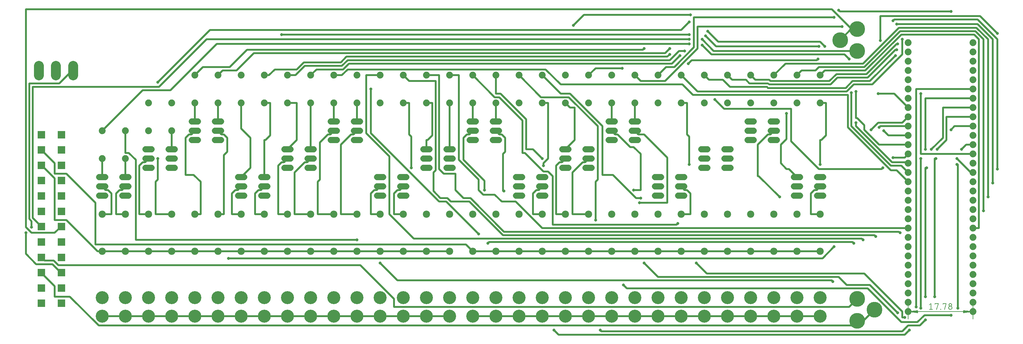
<source format=gbr>
G04 EAGLE Gerber RS-274X export*
G75*
%MOMM*%
%FSLAX34Y34*%
%LPD*%
%INTop Copper*%
%IPPOS*%
%AMOC8*
5,1,8,0,0,1.08239X$1,22.5*%
G01*
%ADD10C,0.130000*%
%ADD11C,0.152400*%
%ADD12C,1.981200*%
%ADD13C,1.879600*%
%ADD14C,4.318000*%
%ADD15C,1.676400*%
%ADD16C,2.705100*%
%ADD17C,3.556000*%
%ADD18R,2.100000X2.100000*%
%ADD19C,0.508000*%
%ADD20C,0.812800*%


D10*
X2438400Y736600D02*
X2438400Y691700D01*
X2616200Y691700D02*
X2616200Y736600D01*
X2615550Y711200D02*
X2439050Y711200D01*
X2464400Y714392D01*
X2464400Y708008D01*
X2439050Y711200D01*
X2464400Y712500D01*
X2464400Y709900D02*
X2439050Y711200D01*
X2464400Y713800D01*
X2464400Y708600D02*
X2439050Y711200D01*
X2590200Y714392D02*
X2615550Y711200D01*
X2590200Y714392D02*
X2590200Y708008D01*
X2615550Y711200D01*
X2590200Y712500D01*
X2590200Y709900D02*
X2615550Y711200D01*
X2590200Y713800D01*
X2590200Y708600D02*
X2615550Y711200D01*
D11*
X2500757Y733963D02*
X2496241Y730351D01*
X2500757Y733963D02*
X2500757Y717707D01*
X2505272Y717707D02*
X2496241Y717707D01*
X2511873Y732157D02*
X2511873Y733963D01*
X2520904Y733963D01*
X2516388Y717707D01*
X2526878Y717707D02*
X2526878Y718610D01*
X2527781Y718610D01*
X2527781Y717707D01*
X2526878Y717707D01*
X2533756Y732157D02*
X2533756Y733963D01*
X2542787Y733963D01*
X2538272Y717707D01*
X2549387Y722223D02*
X2549389Y722356D01*
X2549395Y722488D01*
X2549405Y722620D01*
X2549418Y722752D01*
X2549436Y722884D01*
X2549457Y723014D01*
X2549482Y723145D01*
X2549511Y723274D01*
X2549544Y723402D01*
X2549580Y723530D01*
X2549620Y723656D01*
X2549664Y723781D01*
X2549712Y723905D01*
X2549763Y724027D01*
X2549818Y724148D01*
X2549876Y724267D01*
X2549938Y724385D01*
X2550003Y724500D01*
X2550072Y724614D01*
X2550143Y724725D01*
X2550219Y724834D01*
X2550297Y724941D01*
X2550378Y725046D01*
X2550463Y725148D01*
X2550550Y725248D01*
X2550640Y725345D01*
X2550733Y725440D01*
X2550829Y725531D01*
X2550927Y725620D01*
X2551028Y725706D01*
X2551132Y725789D01*
X2551238Y725869D01*
X2551346Y725945D01*
X2551456Y726019D01*
X2551569Y726089D01*
X2551683Y726156D01*
X2551800Y726219D01*
X2551918Y726279D01*
X2552038Y726336D01*
X2552160Y726389D01*
X2552283Y726438D01*
X2552407Y726484D01*
X2552533Y726526D01*
X2552660Y726564D01*
X2552788Y726599D01*
X2552917Y726630D01*
X2553046Y726657D01*
X2553177Y726680D01*
X2553308Y726700D01*
X2553440Y726715D01*
X2553572Y726727D01*
X2553704Y726735D01*
X2553837Y726739D01*
X2553969Y726739D01*
X2554102Y726735D01*
X2554234Y726727D01*
X2554366Y726715D01*
X2554498Y726700D01*
X2554629Y726680D01*
X2554760Y726657D01*
X2554889Y726630D01*
X2555018Y726599D01*
X2555146Y726564D01*
X2555273Y726526D01*
X2555399Y726484D01*
X2555523Y726438D01*
X2555646Y726389D01*
X2555768Y726336D01*
X2555888Y726279D01*
X2556006Y726219D01*
X2556123Y726156D01*
X2556237Y726089D01*
X2556350Y726019D01*
X2556460Y725945D01*
X2556568Y725869D01*
X2556674Y725789D01*
X2556778Y725706D01*
X2556879Y725620D01*
X2556977Y725531D01*
X2557073Y725440D01*
X2557166Y725345D01*
X2557256Y725248D01*
X2557343Y725148D01*
X2557428Y725046D01*
X2557509Y724941D01*
X2557587Y724834D01*
X2557663Y724725D01*
X2557734Y724614D01*
X2557803Y724500D01*
X2557868Y724385D01*
X2557930Y724267D01*
X2557988Y724148D01*
X2558043Y724027D01*
X2558094Y723905D01*
X2558142Y723781D01*
X2558186Y723656D01*
X2558226Y723530D01*
X2558262Y723402D01*
X2558295Y723274D01*
X2558324Y723145D01*
X2558349Y723014D01*
X2558370Y722884D01*
X2558388Y722752D01*
X2558401Y722620D01*
X2558411Y722488D01*
X2558417Y722356D01*
X2558419Y722223D01*
X2558417Y722090D01*
X2558411Y721958D01*
X2558401Y721826D01*
X2558388Y721694D01*
X2558370Y721562D01*
X2558349Y721432D01*
X2558324Y721301D01*
X2558295Y721172D01*
X2558262Y721044D01*
X2558226Y720916D01*
X2558186Y720790D01*
X2558142Y720665D01*
X2558094Y720541D01*
X2558043Y720419D01*
X2557988Y720298D01*
X2557930Y720179D01*
X2557868Y720061D01*
X2557803Y719946D01*
X2557734Y719832D01*
X2557663Y719721D01*
X2557587Y719612D01*
X2557509Y719505D01*
X2557428Y719400D01*
X2557343Y719298D01*
X2557256Y719198D01*
X2557166Y719101D01*
X2557073Y719006D01*
X2556977Y718915D01*
X2556879Y718826D01*
X2556778Y718740D01*
X2556674Y718657D01*
X2556568Y718577D01*
X2556460Y718501D01*
X2556350Y718427D01*
X2556237Y718357D01*
X2556123Y718290D01*
X2556006Y718227D01*
X2555888Y718167D01*
X2555768Y718110D01*
X2555646Y718057D01*
X2555523Y718008D01*
X2555399Y717962D01*
X2555273Y717920D01*
X2555146Y717882D01*
X2555018Y717847D01*
X2554889Y717816D01*
X2554760Y717789D01*
X2554629Y717766D01*
X2554498Y717746D01*
X2554366Y717731D01*
X2554234Y717719D01*
X2554102Y717711D01*
X2553969Y717707D01*
X2553837Y717707D01*
X2553704Y717711D01*
X2553572Y717719D01*
X2553440Y717731D01*
X2553308Y717746D01*
X2553177Y717766D01*
X2553046Y717789D01*
X2552917Y717816D01*
X2552788Y717847D01*
X2552660Y717882D01*
X2552533Y717920D01*
X2552407Y717962D01*
X2552283Y718008D01*
X2552160Y718057D01*
X2552038Y718110D01*
X2551918Y718167D01*
X2551800Y718227D01*
X2551683Y718290D01*
X2551569Y718357D01*
X2551456Y718427D01*
X2551346Y718501D01*
X2551238Y718577D01*
X2551132Y718657D01*
X2551028Y718740D01*
X2550927Y718826D01*
X2550829Y718915D01*
X2550733Y719006D01*
X2550640Y719101D01*
X2550550Y719198D01*
X2550463Y719298D01*
X2550378Y719400D01*
X2550297Y719505D01*
X2550219Y719612D01*
X2550143Y719721D01*
X2550072Y719832D01*
X2550003Y719946D01*
X2549938Y720061D01*
X2549876Y720179D01*
X2549818Y720298D01*
X2549763Y720419D01*
X2549712Y720541D01*
X2549664Y720665D01*
X2549620Y720790D01*
X2549580Y720916D01*
X2549544Y721044D01*
X2549511Y721172D01*
X2549482Y721301D01*
X2549457Y721432D01*
X2549436Y721562D01*
X2549418Y721694D01*
X2549405Y721826D01*
X2549395Y721958D01*
X2549389Y722090D01*
X2549387Y722223D01*
X2550291Y730351D02*
X2550293Y730470D01*
X2550299Y730590D01*
X2550309Y730709D01*
X2550323Y730827D01*
X2550340Y730946D01*
X2550362Y731063D01*
X2550387Y731180D01*
X2550417Y731295D01*
X2550450Y731410D01*
X2550487Y731524D01*
X2550527Y731636D01*
X2550572Y731747D01*
X2550620Y731856D01*
X2550671Y731964D01*
X2550726Y732070D01*
X2550785Y732174D01*
X2550847Y732276D01*
X2550912Y732376D01*
X2550981Y732474D01*
X2551053Y732570D01*
X2551128Y732663D01*
X2551205Y732753D01*
X2551286Y732841D01*
X2551370Y732926D01*
X2551457Y733008D01*
X2551546Y733088D01*
X2551638Y733164D01*
X2551732Y733238D01*
X2551829Y733308D01*
X2551927Y733375D01*
X2552028Y733439D01*
X2552132Y733499D01*
X2552237Y733556D01*
X2552344Y733609D01*
X2552452Y733659D01*
X2552562Y733705D01*
X2552674Y733747D01*
X2552787Y733786D01*
X2552901Y733821D01*
X2553016Y733852D01*
X2553133Y733880D01*
X2553250Y733903D01*
X2553367Y733923D01*
X2553486Y733939D01*
X2553605Y733951D01*
X2553724Y733959D01*
X2553843Y733963D01*
X2553963Y733963D01*
X2554082Y733959D01*
X2554201Y733951D01*
X2554320Y733939D01*
X2554439Y733923D01*
X2554556Y733903D01*
X2554673Y733880D01*
X2554790Y733852D01*
X2554905Y733821D01*
X2555019Y733786D01*
X2555132Y733747D01*
X2555244Y733705D01*
X2555354Y733659D01*
X2555462Y733609D01*
X2555569Y733556D01*
X2555674Y733499D01*
X2555778Y733439D01*
X2555879Y733375D01*
X2555977Y733308D01*
X2556074Y733238D01*
X2556168Y733164D01*
X2556260Y733088D01*
X2556349Y733008D01*
X2556436Y732926D01*
X2556520Y732841D01*
X2556601Y732753D01*
X2556678Y732663D01*
X2556753Y732570D01*
X2556825Y732474D01*
X2556894Y732376D01*
X2556959Y732276D01*
X2557021Y732174D01*
X2557080Y732070D01*
X2557135Y731964D01*
X2557186Y731856D01*
X2557234Y731747D01*
X2557279Y731636D01*
X2557319Y731524D01*
X2557356Y731410D01*
X2557389Y731295D01*
X2557419Y731180D01*
X2557444Y731063D01*
X2557466Y730946D01*
X2557483Y730827D01*
X2557497Y730709D01*
X2557507Y730590D01*
X2557513Y730470D01*
X2557515Y730351D01*
X2557513Y730232D01*
X2557507Y730112D01*
X2557497Y729993D01*
X2557483Y729875D01*
X2557466Y729756D01*
X2557444Y729639D01*
X2557419Y729522D01*
X2557389Y729407D01*
X2557356Y729292D01*
X2557319Y729178D01*
X2557279Y729066D01*
X2557234Y728955D01*
X2557186Y728846D01*
X2557135Y728738D01*
X2557080Y728632D01*
X2557021Y728528D01*
X2556959Y728426D01*
X2556894Y728326D01*
X2556825Y728228D01*
X2556753Y728132D01*
X2556678Y728039D01*
X2556601Y727949D01*
X2556520Y727861D01*
X2556436Y727776D01*
X2556349Y727694D01*
X2556260Y727614D01*
X2556168Y727538D01*
X2556074Y727464D01*
X2555977Y727394D01*
X2555879Y727327D01*
X2555778Y727263D01*
X2555674Y727203D01*
X2555569Y727146D01*
X2555462Y727093D01*
X2555354Y727043D01*
X2555244Y726997D01*
X2555132Y726955D01*
X2555019Y726916D01*
X2554905Y726881D01*
X2554790Y726850D01*
X2554673Y726822D01*
X2554556Y726799D01*
X2554439Y726779D01*
X2554320Y726763D01*
X2554201Y726751D01*
X2554082Y726743D01*
X2553963Y726739D01*
X2553843Y726739D01*
X2553724Y726743D01*
X2553605Y726751D01*
X2553486Y726763D01*
X2553367Y726779D01*
X2553250Y726799D01*
X2553133Y726822D01*
X2553016Y726850D01*
X2552901Y726881D01*
X2552787Y726916D01*
X2552674Y726955D01*
X2552562Y726997D01*
X2552452Y727043D01*
X2552344Y727093D01*
X2552237Y727146D01*
X2552132Y727203D01*
X2552028Y727263D01*
X2551927Y727327D01*
X2551829Y727394D01*
X2551732Y727464D01*
X2551638Y727538D01*
X2551546Y727614D01*
X2551457Y727694D01*
X2551370Y727776D01*
X2551286Y727861D01*
X2551205Y727949D01*
X2551128Y728039D01*
X2551053Y728132D01*
X2550981Y728228D01*
X2550912Y728326D01*
X2550847Y728426D01*
X2550785Y728528D01*
X2550726Y728632D01*
X2550671Y728738D01*
X2550620Y728846D01*
X2550572Y728955D01*
X2550527Y729066D01*
X2550487Y729178D01*
X2550450Y729292D01*
X2550417Y729407D01*
X2550387Y729522D01*
X2550362Y729639D01*
X2550340Y729756D01*
X2550323Y729875D01*
X2550309Y729993D01*
X2550299Y730112D01*
X2550293Y730232D01*
X2550291Y730351D01*
D12*
X546100Y977900D03*
X546100Y876300D03*
X1308100Y977900D03*
X1308100Y876300D03*
X2070100Y977900D03*
X2070100Y876300D03*
X482600Y977900D03*
X482600Y876300D03*
X1244600Y977900D03*
X1244600Y876300D03*
X2006600Y977900D03*
X2006600Y876300D03*
X609600Y977900D03*
X609600Y876300D03*
X1371600Y977900D03*
X1371600Y876300D03*
X2133600Y977900D03*
X2133600Y876300D03*
X736600Y977900D03*
X736600Y876300D03*
X1498600Y977900D03*
X1498600Y876300D03*
X673100Y977900D03*
X673100Y876300D03*
X1435100Y977900D03*
X1435100Y876300D03*
X2197100Y977900D03*
X2197100Y876300D03*
X863600Y977900D03*
X863600Y876300D03*
X1625600Y977900D03*
X1625600Y876300D03*
X800100Y977900D03*
X800100Y876300D03*
X1562100Y977900D03*
X1562100Y876300D03*
X927100Y977900D03*
X927100Y876300D03*
X1689100Y977900D03*
X1689100Y876300D03*
X292100Y977900D03*
X292100Y876300D03*
X1054100Y977900D03*
X1054100Y876300D03*
X1816100Y977900D03*
X1816100Y876300D03*
X228600Y977900D03*
X228600Y876300D03*
X990600Y977900D03*
X990600Y876300D03*
X1752600Y977900D03*
X1752600Y876300D03*
X419100Y977900D03*
X419100Y876300D03*
X1181100Y977900D03*
X1181100Y876300D03*
X1943100Y977900D03*
X1943100Y876300D03*
X355600Y977900D03*
X355600Y876300D03*
X1117600Y977900D03*
X1117600Y876300D03*
X1879600Y977900D03*
X1879600Y876300D03*
D13*
X2616200Y711200D03*
X2616200Y736600D03*
X2616200Y762000D03*
X2616200Y787400D03*
X2616200Y812800D03*
X2616200Y838200D03*
X2616200Y863600D03*
X2616200Y889000D03*
X2616200Y914400D03*
X2616200Y939800D03*
X2616200Y965200D03*
X2616200Y990600D03*
X2616200Y1016000D03*
X2616200Y1041400D03*
X2616200Y1066800D03*
X2616200Y1092200D03*
X2616200Y1117600D03*
X2616200Y1143000D03*
X2616200Y1168400D03*
X2616200Y1193800D03*
X2616200Y1219200D03*
X2616200Y1244600D03*
X2616200Y1270000D03*
X2616200Y1295400D03*
X2616200Y1320800D03*
X2616200Y1346200D03*
X2616200Y1371600D03*
X2616200Y1397000D03*
X2616200Y1422400D03*
X2616200Y1447800D03*
D14*
X2298700Y1425100D03*
X2298700Y1485100D03*
X2251700Y1455100D03*
D13*
X2438400Y711200D03*
X2438400Y736600D03*
X2438400Y762000D03*
X2438400Y787400D03*
X2438400Y812800D03*
X2438400Y838200D03*
X2438400Y863600D03*
X2438400Y889000D03*
X2438400Y914400D03*
X2438400Y939800D03*
X2438400Y965200D03*
X2438400Y990600D03*
X2438400Y1016000D03*
X2438400Y1041400D03*
X2438400Y1066800D03*
X2438400Y1092200D03*
X2438400Y1117600D03*
X2438400Y1143000D03*
X2438400Y1168400D03*
X2438400Y1193800D03*
X2438400Y1219200D03*
X2438400Y1244600D03*
X2438400Y1270000D03*
X2438400Y1295400D03*
X2438400Y1320800D03*
X2438400Y1346200D03*
X2438400Y1371600D03*
X2438400Y1397000D03*
X2438400Y1422400D03*
X2438400Y1447800D03*
D15*
X554482Y1231900D02*
X537718Y1231900D01*
X537718Y1206500D02*
X554482Y1206500D01*
X554482Y1181100D02*
X537718Y1181100D01*
X1299718Y1231900D02*
X1316482Y1231900D01*
X1316482Y1206500D02*
X1299718Y1206500D01*
X1299718Y1181100D02*
X1316482Y1181100D01*
X2061718Y1231900D02*
X2078482Y1231900D01*
X2078482Y1206500D02*
X2061718Y1206500D01*
X2061718Y1181100D02*
X2078482Y1181100D01*
X490982Y1231900D02*
X474218Y1231900D01*
X474218Y1206500D02*
X490982Y1206500D01*
X490982Y1181100D02*
X474218Y1181100D01*
X1236218Y1231900D02*
X1252982Y1231900D01*
X1252982Y1206500D02*
X1236218Y1206500D01*
X1236218Y1181100D02*
X1252982Y1181100D01*
X1998218Y1231900D02*
X2014982Y1231900D01*
X2014982Y1206500D02*
X1998218Y1206500D01*
X1998218Y1181100D02*
X2014982Y1181100D01*
X617982Y1079500D02*
X601218Y1079500D01*
X601218Y1054100D02*
X617982Y1054100D01*
X617982Y1028700D02*
X601218Y1028700D01*
X1363218Y1079500D02*
X1379982Y1079500D01*
X1379982Y1054100D02*
X1363218Y1054100D01*
X1363218Y1028700D02*
X1379982Y1028700D01*
X2125218Y1079500D02*
X2141982Y1079500D01*
X2141982Y1054100D02*
X2125218Y1054100D01*
X2125218Y1028700D02*
X2141982Y1028700D01*
X744982Y1155700D02*
X728218Y1155700D01*
X728218Y1130300D02*
X744982Y1130300D01*
X744982Y1104900D02*
X728218Y1104900D01*
X1490218Y1155700D02*
X1506982Y1155700D01*
X1506982Y1130300D02*
X1490218Y1130300D01*
X1490218Y1104900D02*
X1506982Y1104900D01*
X681482Y1079500D02*
X664718Y1079500D01*
X664718Y1054100D02*
X681482Y1054100D01*
X681482Y1028700D02*
X664718Y1028700D01*
X1426718Y1079500D02*
X1443482Y1079500D01*
X1443482Y1054100D02*
X1426718Y1054100D01*
X1426718Y1028700D02*
X1443482Y1028700D01*
X2188718Y1079500D02*
X2205482Y1079500D01*
X2205482Y1054100D02*
X2188718Y1054100D01*
X2188718Y1028700D02*
X2205482Y1028700D01*
X871982Y1231900D02*
X855218Y1231900D01*
X855218Y1206500D02*
X871982Y1206500D01*
X871982Y1181100D02*
X855218Y1181100D01*
X1617218Y1231900D02*
X1633982Y1231900D01*
X1633982Y1206500D02*
X1617218Y1206500D01*
X1617218Y1181100D02*
X1633982Y1181100D01*
X808482Y1155700D02*
X791718Y1155700D01*
X791718Y1130300D02*
X808482Y1130300D01*
X808482Y1104900D02*
X791718Y1104900D01*
X1553718Y1155700D02*
X1570482Y1155700D01*
X1570482Y1130300D02*
X1553718Y1130300D01*
X1553718Y1104900D02*
X1570482Y1104900D01*
X935482Y1231900D02*
X918718Y1231900D01*
X918718Y1206500D02*
X935482Y1206500D01*
X935482Y1181100D02*
X918718Y1181100D01*
X1680718Y1231900D02*
X1697482Y1231900D01*
X1697482Y1206500D02*
X1680718Y1206500D01*
X1680718Y1181100D02*
X1697482Y1181100D01*
X300482Y1079500D02*
X283718Y1079500D01*
X283718Y1054100D02*
X300482Y1054100D01*
X300482Y1028700D02*
X283718Y1028700D01*
X1045718Y1079500D02*
X1062482Y1079500D01*
X1062482Y1054100D02*
X1045718Y1054100D01*
X1045718Y1028700D02*
X1062482Y1028700D01*
X1807718Y1079500D02*
X1824482Y1079500D01*
X1824482Y1054100D02*
X1807718Y1054100D01*
X1807718Y1028700D02*
X1824482Y1028700D01*
X236982Y1079500D02*
X220218Y1079500D01*
X220218Y1054100D02*
X236982Y1054100D01*
X236982Y1028700D02*
X220218Y1028700D01*
X982218Y1079500D02*
X998982Y1079500D01*
X998982Y1054100D02*
X982218Y1054100D01*
X982218Y1028700D02*
X998982Y1028700D01*
X1744218Y1079500D02*
X1760982Y1079500D01*
X1760982Y1054100D02*
X1744218Y1054100D01*
X1744218Y1028700D02*
X1760982Y1028700D01*
X427482Y1155700D02*
X410718Y1155700D01*
X410718Y1130300D02*
X427482Y1130300D01*
X427482Y1104900D02*
X410718Y1104900D01*
X1172718Y1155700D02*
X1189482Y1155700D01*
X1189482Y1130300D02*
X1172718Y1130300D01*
X1172718Y1104900D02*
X1189482Y1104900D01*
X1934718Y1155700D02*
X1951482Y1155700D01*
X1951482Y1130300D02*
X1934718Y1130300D01*
X1934718Y1104900D02*
X1951482Y1104900D01*
X363982Y1155700D02*
X347218Y1155700D01*
X347218Y1130300D02*
X363982Y1130300D01*
X363982Y1104900D02*
X347218Y1104900D01*
X1109218Y1155700D02*
X1125982Y1155700D01*
X1125982Y1130300D02*
X1109218Y1130300D01*
X1109218Y1104900D02*
X1125982Y1104900D01*
X1871218Y1155700D02*
X1887982Y1155700D01*
X1887982Y1130300D02*
X1871218Y1130300D01*
X1871218Y1104900D02*
X1887982Y1104900D01*
D13*
X546100Y1358900D03*
X546100Y1282700D03*
X1308100Y1358900D03*
X1308100Y1282700D03*
X2070100Y1358900D03*
X2070100Y1282700D03*
X482600Y1358900D03*
X482600Y1282700D03*
X1244600Y1358900D03*
X1244600Y1282700D03*
X2006600Y1358900D03*
X2006600Y1282700D03*
X609600Y1358900D03*
X609600Y1282700D03*
X1371600Y1358900D03*
X1371600Y1282700D03*
X2133600Y1358900D03*
X2133600Y1282700D03*
X736600Y1358900D03*
X736600Y1282700D03*
X1498600Y1358900D03*
X1498600Y1282700D03*
X673100Y1358900D03*
X673100Y1282700D03*
X1435100Y1358900D03*
X1435100Y1282700D03*
X2197100Y1358900D03*
X2197100Y1282700D03*
X863600Y1358900D03*
X863600Y1282700D03*
X1625600Y1358900D03*
X1625600Y1282700D03*
X800100Y1358900D03*
X800100Y1282700D03*
X1562100Y1358900D03*
X1562100Y1282700D03*
X927100Y1358900D03*
X927100Y1282700D03*
X1689100Y1358900D03*
X1689100Y1282700D03*
X292100Y1206500D03*
X292100Y1130300D03*
X1054100Y1358900D03*
X1054100Y1282700D03*
X1816100Y1358900D03*
X1816100Y1282700D03*
X228600Y1206500D03*
X228600Y1130300D03*
X990600Y1358900D03*
X990600Y1282700D03*
X1752600Y1358900D03*
X1752600Y1282700D03*
X419100Y1282700D03*
X419100Y1206500D03*
X1181100Y1358900D03*
X1181100Y1282700D03*
X1943100Y1358900D03*
X1943100Y1282700D03*
X355600Y1282700D03*
X355600Y1206500D03*
X1117600Y1358900D03*
X1117600Y1282700D03*
X1879600Y1358900D03*
X1879600Y1282700D03*
D14*
X2298700Y746600D03*
X2298700Y686600D03*
X2345700Y716600D03*
D16*
X148590Y1358075D02*
X148590Y1385126D01*
X101600Y1385126D02*
X101600Y1358075D01*
X54610Y1358075D02*
X54610Y1385126D01*
D17*
X546100Y698500D03*
X546100Y749300D03*
X1308100Y698500D03*
X1308100Y749300D03*
X2070100Y698500D03*
X2070100Y749300D03*
X482600Y698500D03*
X482600Y749300D03*
X1244600Y698500D03*
X1244600Y749300D03*
X2006600Y698500D03*
X2006600Y749300D03*
X609600Y698500D03*
X609600Y749300D03*
X1371600Y698500D03*
X1371600Y749300D03*
X2133600Y698500D03*
X2133600Y749300D03*
X736600Y698500D03*
X736600Y749300D03*
X1498600Y698500D03*
X1498600Y749300D03*
X673100Y698500D03*
X673100Y749300D03*
X1435100Y698500D03*
X1435100Y749300D03*
X2197100Y698500D03*
X2197100Y749300D03*
X863600Y698500D03*
X863600Y749300D03*
X1625600Y698500D03*
X1625600Y749300D03*
X800100Y698500D03*
X800100Y749300D03*
X1562100Y698500D03*
X1562100Y749300D03*
X927100Y698500D03*
X927100Y749300D03*
X1689100Y698500D03*
X1689100Y749300D03*
X292100Y698500D03*
X292100Y749300D03*
X1054100Y698500D03*
X1054100Y749300D03*
X1816100Y698500D03*
X1816100Y749300D03*
X228600Y698500D03*
X228600Y749300D03*
X990600Y698500D03*
X990600Y749300D03*
X1752600Y698500D03*
X1752600Y749300D03*
X419100Y698500D03*
X419100Y749300D03*
X1181100Y698500D03*
X1181100Y749300D03*
X1943100Y698500D03*
X1943100Y749300D03*
X355600Y698500D03*
X355600Y749300D03*
X1117600Y698500D03*
X1117600Y749300D03*
X1879600Y698500D03*
X1879600Y749300D03*
D18*
X61400Y734200D03*
X61400Y776200D03*
X61400Y818200D03*
X61400Y860200D03*
X61400Y902200D03*
X61400Y944200D03*
X61400Y986200D03*
X61400Y1028200D03*
X61400Y1070200D03*
X61400Y1112200D03*
X61400Y1154200D03*
X116400Y734200D03*
X116400Y776200D03*
X116400Y818200D03*
X116400Y860200D03*
X116400Y902200D03*
X116400Y944200D03*
X116400Y986200D03*
X116400Y1028200D03*
X116400Y1070200D03*
X116400Y1112200D03*
X61400Y1196200D03*
X116400Y1154200D03*
X116400Y1196200D03*
D19*
X228600Y1206500D02*
X339725Y1317625D01*
X415925Y1317625D01*
X542925Y1444625D01*
X1838325Y1444625D01*
X1873250Y1441450D02*
X1898650Y1416050D01*
X2263775Y1416050D01*
X2276475Y1403350D01*
D20*
X1838325Y1444625D03*
X1873250Y1441450D03*
X2276475Y1403350D03*
D19*
X292100Y1206500D02*
X292100Y1146175D01*
X301625Y1146175D01*
X320675Y1127125D01*
X320675Y908050D01*
X927100Y908050D01*
X990600Y844550D02*
X1038225Y796925D01*
X2228850Y796925D01*
X2232025Y793750D01*
D20*
X927100Y908050D03*
X990600Y844550D03*
X2232025Y793750D03*
D19*
X2438400Y1270000D02*
X2400300Y1308100D01*
X2355850Y1308100D01*
X1838325Y1504950D02*
X1816100Y1482725D01*
X523875Y1482725D01*
X381000Y1339850D01*
D20*
X2355850Y1308100D03*
X1838325Y1504950D03*
X381000Y1339850D03*
D19*
X2422525Y1228725D02*
X2438400Y1244600D01*
X2422525Y1228725D02*
X2355850Y1228725D01*
X2336800Y1209675D01*
X2235200Y889000D02*
X2203450Y857250D01*
X574675Y857250D01*
D20*
X2336800Y1209675D03*
X2235200Y889000D03*
X574675Y857250D03*
D19*
X2362200Y1219200D02*
X2438400Y1219200D01*
X2362200Y1219200D02*
X2359025Y1216025D01*
X1714500Y1431925D02*
X1711325Y1428750D01*
X625475Y1428750D01*
X577850Y1381125D01*
X504825Y1381125D01*
X482600Y1358900D01*
D20*
X2359025Y1216025D03*
X1714500Y1431925D03*
D19*
X558800Y1371600D02*
X546100Y1358900D01*
X558800Y1371600D02*
X596900Y1371600D01*
X644525Y1419225D01*
X1771650Y1419225D01*
X1784350Y1431925D01*
X1889125Y1479550D02*
X1917700Y1450975D01*
X2197100Y1450975D01*
X2209800Y1438275D01*
X2371725Y1206500D02*
X2384425Y1193800D01*
X2438400Y1193800D01*
D20*
X1784350Y1431925D03*
X1889125Y1479550D03*
X2209800Y1438275D03*
X2371725Y1206500D03*
D19*
X1838325Y1470025D02*
X720725Y1470025D01*
X1882775Y1466850D02*
X1911350Y1438275D01*
X2193925Y1438275D01*
X2295525Y1314450D02*
X2295525Y1241425D01*
X2298700Y1241425D01*
X2317750Y1222375D01*
X2317750Y1209675D01*
X2359025Y1168400D01*
X2438400Y1168400D01*
D20*
X720725Y1470025D03*
X1838325Y1470025D03*
X1882775Y1466850D03*
X2193925Y1438275D03*
X2295525Y1314450D03*
D19*
X2438400Y1143000D02*
X2428875Y1133475D01*
X2397125Y1133475D01*
X2368550Y1104900D02*
X2365375Y1101725D01*
X2193925Y1101725D01*
X2117725Y1177925D01*
X2117725Y1266825D01*
X1933575Y1266825D01*
X1908175Y1292225D01*
X1784350Y1416050D02*
X1778000Y1409700D01*
X898525Y1409700D01*
X882650Y1393825D01*
X781050Y1393825D01*
X762000Y1374775D01*
X701675Y1374775D01*
X685800Y1358900D01*
X673100Y1358900D01*
D20*
X2397125Y1133475D03*
X2368550Y1104900D03*
X1908175Y1292225D03*
X1784350Y1416050D03*
D19*
X2435225Y1120775D02*
X2438400Y1117600D01*
X2435225Y1120775D02*
X2393950Y1120775D01*
X2295525Y1219200D01*
X2295525Y1228725D01*
X1825625Y1425575D02*
X1809750Y1425575D01*
X1784350Y1400175D01*
X901700Y1400175D01*
X885825Y1384300D01*
X784225Y1384300D01*
X758825Y1358900D01*
X736600Y1358900D01*
D20*
X2295525Y1228725D03*
X1825625Y1425575D03*
D19*
X2419350Y1111250D02*
X2438400Y1092200D01*
X2419350Y1111250D02*
X2390775Y1111250D01*
X2282825Y1219200D01*
X2282825Y1311275D01*
X2190750Y1403350D02*
X2187575Y1400175D01*
X1844675Y1400175D01*
X1835150Y1390650D01*
X1812925Y1412875D02*
X1790700Y1390650D01*
X904875Y1390650D01*
X889000Y1374775D01*
X815975Y1374775D01*
X800100Y1358900D01*
D20*
X2282825Y1311275D03*
X2190750Y1403350D03*
X1835150Y1390650D03*
X1812925Y1412875D03*
D19*
X2406650Y1098550D02*
X2438400Y1066800D01*
X2406650Y1098550D02*
X2390775Y1098550D01*
X2273300Y1216025D01*
X2273300Y1304925D01*
X1847850Y1304925D01*
X1819275Y1333500D01*
X1485900Y1333500D01*
X1444625Y1374775D01*
X901700Y1374775D01*
X885825Y1358900D01*
X863600Y1358900D01*
X2286000Y901700D02*
X2289175Y898525D01*
X2286000Y901700D02*
X1289050Y901700D01*
X1285875Y898525D01*
X1260475Y923925D02*
X1171575Y1012825D01*
X1152525Y1012825D01*
X965200Y1200150D01*
X965200Y1320800D01*
D20*
X2289175Y898525D03*
X1285875Y898525D03*
X1260475Y923925D03*
X965200Y1320800D03*
D19*
X2311400Y911225D02*
X2314575Y908050D01*
X2311400Y911225D02*
X1082675Y911225D01*
X1016000Y977900D01*
X1016000Y1136650D01*
X952500Y1200150D01*
X952500Y1358900D01*
X990600Y1358900D01*
D20*
X2314575Y908050D03*
D19*
X2346325Y920750D02*
X2349500Y917575D01*
X2346325Y920750D02*
X1327150Y920750D01*
X1235075Y1012825D01*
X1184275Y1012825D01*
X1174750Y1022350D01*
X1155700Y1022350D01*
X1136650Y1041400D01*
X1136650Y1092200D01*
X1143000Y1098550D01*
X1143000Y1343025D01*
X1069975Y1343025D01*
X1054100Y1358900D01*
D20*
X2349500Y917575D03*
D19*
X2413000Y930275D02*
X2416175Y927100D01*
X2413000Y930275D02*
X1330325Y930275D01*
X1238250Y1022350D01*
X1219200Y1022350D01*
X1196975Y1044575D01*
X1196975Y1089025D01*
X1165225Y1089025D01*
X1152525Y1101725D01*
X1152525Y1358900D01*
X1117600Y1358900D01*
D20*
X2416175Y927100D03*
D19*
X2438400Y939800D02*
X1435100Y939800D01*
X1362075Y1012825D01*
X1323975Y1012825D01*
X1304925Y1031875D01*
X1273175Y1031875D01*
X1260475Y1044575D01*
X1260475Y1073150D01*
X1206500Y1127125D01*
X1206500Y1358900D01*
X1181100Y1358900D01*
X1244600Y1358900D02*
X1304925Y1298575D01*
X1317625Y1298575D01*
X1381125Y1235075D01*
X1381125Y1146175D01*
X1387475Y1146175D01*
X1438275Y1095375D01*
X1450975Y1095375D01*
X1463675Y1082675D01*
X1463675Y949325D01*
X1803400Y949325D01*
X1806575Y952500D01*
X1857375Y844550D02*
X1885950Y815975D01*
X2317750Y815975D01*
X2422525Y711200D01*
X2422525Y695325D01*
X2428875Y695325D01*
X2460625Y723900D02*
X2460625Y1320800D01*
X2616200Y1320800D01*
D20*
X1806575Y952500D03*
X1857375Y844550D03*
X2428875Y695325D03*
X2460625Y723900D03*
D19*
X1308100Y1308100D02*
X1308100Y1358900D01*
X1308100Y1308100D02*
X1320800Y1308100D01*
X1390650Y1238250D01*
X1390650Y1155700D01*
X1409700Y1155700D01*
X1435100Y1130300D01*
X1466850Y660400D02*
X1479550Y647700D01*
X2428875Y647700D01*
X2441575Y660400D01*
X2473325Y720725D02*
X2473325Y1130300D01*
X2486025Y1155700D02*
X2486025Y1295400D01*
X2616200Y1295400D01*
D20*
X1435100Y1130300D03*
X1466850Y660400D03*
X2441575Y660400D03*
X2473325Y720725D03*
X2473325Y1130300D03*
X2486025Y1155700D03*
D19*
X1431925Y1298575D02*
X1371600Y1358900D01*
X1431925Y1298575D02*
X1508125Y1298575D01*
X1587500Y1219200D01*
X1587500Y1073150D01*
X1581150Y1066800D01*
X1581150Y962025D01*
X1593850Y660400D02*
X1597025Y657225D01*
X2422525Y657225D01*
X2438400Y673100D01*
X2470150Y673100D01*
X2486025Y688975D01*
X2486025Y752475D02*
X2486025Y1104900D01*
X2489200Y1104900D01*
X2501900Y1155700D02*
X2533650Y1187450D01*
X2533650Y1270000D01*
X2616200Y1270000D01*
D20*
X1581150Y962025D03*
X1593850Y660400D03*
X2486025Y688975D03*
X2486025Y752475D03*
X2489200Y1104900D03*
X2501900Y1155700D03*
D19*
X1485900Y1308100D02*
X1435100Y1358900D01*
X1485900Y1308100D02*
X1511300Y1308100D01*
X1600200Y1219200D01*
X1600200Y1085850D01*
X1628775Y1085850D01*
X1692275Y1022350D01*
X1704975Y1022350D01*
X1714500Y844550D02*
X1752600Y806450D01*
X2247900Y806450D01*
X2270125Y784225D01*
X2333625Y784225D01*
X2409825Y708025D01*
X2511425Y752475D02*
X2511425Y1130300D01*
X2514600Y1130300D01*
X2517775Y1155700D02*
X2543175Y1181100D01*
X2543175Y1244600D01*
X2616200Y1244600D01*
D20*
X1704975Y1022350D03*
X1714500Y844550D03*
X2409825Y708025D03*
X2511425Y752475D03*
X2514600Y1130300D03*
X2517775Y1155700D03*
D19*
X1549400Y1524000D02*
X1520825Y1495425D01*
X1549400Y1524000D02*
X1841500Y1524000D01*
X2555875Y1209675D02*
X2565400Y1219200D01*
X2616200Y1219200D01*
D20*
X1520825Y1495425D03*
X1841500Y1524000D03*
X2555875Y1209675D03*
D19*
X1581150Y1377950D02*
X1562100Y1358900D01*
X1581150Y1377950D02*
X1654175Y1377950D01*
X2247900Y1536700D02*
X2251075Y1533525D01*
X2555875Y1533525D01*
D20*
X1654175Y1377950D03*
X2247900Y1536700D03*
X2555875Y1533525D03*
D19*
X1666875Y774700D02*
X1657350Y784225D01*
X1666875Y774700D02*
X2327275Y774700D01*
X2419350Y682625D01*
X2463800Y682625D01*
X2482850Y701675D01*
X2555875Y701675D01*
X2574925Y720725D02*
X2574925Y1114425D01*
X2571750Y1114425D01*
X2584450Y1155700D02*
X2597150Y1168400D01*
X2616200Y1168400D01*
D20*
X1657350Y784225D03*
X2555875Y701675D03*
X2574925Y720725D03*
X2571750Y1114425D03*
X2584450Y1155700D03*
D19*
X1704975Y1343025D02*
X1689100Y1358900D01*
X1704975Y1343025D02*
X1771650Y1343025D01*
X1860550Y1431925D01*
X1860550Y1492250D01*
X2257425Y1492250D01*
X2473325Y1308100D02*
X2473325Y1143000D01*
X2616200Y1143000D01*
D20*
X2257425Y1492250D03*
X2473325Y1308100D03*
D19*
X1774825Y1381125D02*
X1752600Y1358900D01*
X1774825Y1381125D02*
X1797050Y1381125D01*
X1851025Y1435100D01*
X1851025Y1517650D01*
X2235200Y1517650D01*
D20*
X2235200Y1517650D03*
D19*
X1860550Y1314450D02*
X1816100Y1358900D01*
X1860550Y1314450D02*
X2270125Y1314450D01*
X2289175Y1333500D01*
X2339975Y1333500D01*
X2422525Y1416050D01*
X2422525Y1457325D01*
X2571750Y1130300D02*
X2609850Y1092200D01*
X2616200Y1092200D01*
D20*
X2422525Y1457325D03*
X2571750Y1130300D03*
D19*
X1892300Y1346200D02*
X1879600Y1358900D01*
X1892300Y1346200D02*
X1930400Y1346200D01*
X1949450Y1327150D01*
X2051050Y1327150D01*
X2054225Y1323975D01*
X2266950Y1323975D01*
X2286000Y1343025D01*
X2333625Y1343025D01*
X2403475Y1412875D01*
X2362200Y1454150D02*
X2362200Y1520825D01*
X2635250Y1520825D01*
X2682875Y1473200D01*
D20*
X2403475Y1412875D03*
X2362200Y1454150D03*
X2682875Y1473200D03*
D19*
X1955800Y1346200D02*
X1943100Y1358900D01*
X1955800Y1346200D02*
X1993900Y1346200D01*
X2003425Y1336675D01*
X2054225Y1336675D01*
X2057400Y1333500D01*
X2225675Y1333500D01*
X2244725Y1352550D01*
X2327275Y1352550D01*
X2403475Y1428750D01*
X2406650Y1428750D01*
X2397125Y1508125D02*
X2400300Y1511300D01*
X2628900Y1511300D01*
X2682875Y1457325D01*
X2682875Y1101725D01*
D20*
X2406650Y1428750D03*
X2397125Y1508125D03*
X2682875Y1101725D03*
D19*
X2019300Y1346200D02*
X2006600Y1358900D01*
X2019300Y1346200D02*
X2057400Y1346200D01*
X2060575Y1343025D01*
X2222500Y1343025D01*
X2241550Y1362075D01*
X2324100Y1362075D01*
X2406650Y1444625D01*
X2409825Y1444625D01*
X2406650Y1498600D02*
X2628900Y1498600D01*
X2670175Y1457325D01*
X2670175Y1063625D01*
D20*
X2409825Y1444625D03*
X2406650Y1498600D03*
X2670175Y1063625D03*
D19*
X2101850Y1390650D02*
X2070100Y1358900D01*
X2101850Y1390650D02*
X2314575Y1390650D01*
X2413000Y1489075D01*
X2625725Y1489075D01*
X2657475Y1457325D01*
X2657475Y1025525D01*
D20*
X2657475Y1025525D03*
D19*
X2146300Y1371600D02*
X2133600Y1358900D01*
X2146300Y1371600D02*
X2184400Y1371600D01*
X2193925Y1381125D01*
X2317750Y1381125D01*
X2416175Y1479550D01*
X2622550Y1479550D01*
X2644775Y1457325D01*
X2644775Y987425D01*
D20*
X2644775Y987425D03*
D19*
X2209800Y1371600D02*
X2197100Y1358900D01*
X2209800Y1371600D02*
X2320925Y1371600D01*
X2419350Y1470025D01*
X2619375Y1470025D01*
X2632075Y1457325D01*
X2632075Y939800D01*
X2616200Y939800D01*
X292100Y698500D02*
X228600Y698500D01*
X292100Y698500D02*
X355600Y698500D01*
X419100Y698500D01*
X482600Y698500D01*
X546100Y698500D01*
X609600Y698500D01*
X673100Y698500D01*
X736600Y698500D01*
X800100Y698500D01*
X863600Y698500D01*
X927100Y698500D01*
X990600Y698500D01*
X1054100Y698500D01*
X1117600Y698500D01*
X1181100Y698500D01*
X292100Y876300D02*
X228600Y876300D01*
X292100Y876300D02*
X355600Y876300D01*
X419100Y876300D01*
X482600Y876300D01*
X546100Y876300D01*
X609600Y876300D01*
X673100Y876300D01*
X736600Y876300D01*
X800100Y876300D01*
X863600Y876300D01*
X927100Y876300D01*
X990600Y876300D01*
X1054100Y876300D01*
X1117600Y876300D01*
X1181100Y876300D01*
X98425Y1076325D02*
X63500Y1111250D01*
X98425Y1076325D02*
X98425Y962025D01*
X130175Y962025D01*
X215900Y876300D01*
X228600Y876300D01*
X63500Y1111250D02*
X61400Y1112200D01*
X1244600Y698500D02*
X1308100Y698500D01*
X1371600Y698500D01*
X1435100Y698500D01*
X1498600Y698500D01*
X1562100Y698500D01*
X1625600Y698500D01*
X1689100Y698500D01*
X1752600Y698500D01*
X1816100Y698500D01*
X1879600Y698500D01*
X1943100Y698500D01*
X2006600Y698500D01*
X2070100Y698500D01*
X2133600Y698500D01*
X2197100Y698500D01*
X1308100Y876300D02*
X1244600Y876300D01*
X1308100Y876300D02*
X1371600Y876300D01*
X1435100Y876300D01*
X1498600Y876300D01*
X1562100Y876300D01*
X1625600Y876300D01*
X1689100Y876300D01*
X1752600Y876300D01*
X1816100Y876300D01*
X1879600Y876300D01*
X1943100Y876300D01*
X2006600Y876300D01*
X2070100Y876300D01*
X2133600Y876300D01*
X2197100Y876300D01*
X98425Y1117600D02*
X63500Y1152525D01*
X98425Y1117600D02*
X98425Y1089025D01*
X130175Y1089025D01*
X209550Y1009650D01*
X209550Y895350D01*
X1225550Y895350D01*
X1244600Y876300D01*
X63500Y1152525D02*
X61400Y1154200D01*
X63500Y857250D02*
X69850Y850900D01*
X95250Y850900D01*
X107950Y838200D01*
X936625Y838200D01*
X1028700Y746125D01*
X1028700Y723900D01*
X2276475Y723900D01*
X2298700Y746125D01*
X63500Y857250D02*
X61400Y860200D01*
X2298700Y746600D02*
X2298700Y746125D01*
X228600Y1079500D02*
X228600Y1130300D01*
X228600Y1054100D02*
X238125Y1044575D01*
X244475Y1044575D01*
X254000Y1035050D01*
X254000Y977900D01*
X228600Y977900D01*
X292100Y1079500D02*
X292100Y1130300D01*
X292100Y1054100D02*
X282575Y1044575D01*
X276225Y1044575D01*
X266700Y1035050D01*
X266700Y977900D01*
X292100Y977900D01*
X346075Y1120775D02*
X355600Y1130300D01*
X346075Y1120775D02*
X339725Y1120775D01*
X330200Y1111250D01*
X330200Y977900D01*
X355600Y977900D01*
X419100Y1155700D02*
X419100Y1206500D01*
X381000Y1130300D02*
X381000Y1073150D01*
X374650Y1066800D01*
X374650Y977900D01*
X419100Y977900D01*
D20*
X381000Y1130300D03*
D19*
X482600Y1231900D02*
X482600Y1282700D01*
X482600Y1206500D02*
X473075Y1196975D01*
X466725Y1196975D01*
X457200Y1187450D01*
X457200Y1085850D01*
X479425Y1085850D01*
X498475Y1066800D01*
X498475Y977900D01*
X482600Y977900D01*
X546100Y1231900D02*
X546100Y1282700D01*
X546100Y1206500D02*
X555625Y1196975D01*
X561975Y1196975D01*
X571500Y1187450D01*
X571500Y1149350D01*
X561975Y1139825D01*
X561975Y977900D01*
X546100Y977900D01*
X609600Y1079500D02*
X635000Y1104900D01*
X635000Y1187450D01*
X609600Y1212850D01*
X609600Y1282700D01*
X609600Y1054100D02*
X600075Y1044575D01*
X593725Y1044575D01*
X584200Y1035050D01*
X584200Y977900D01*
X609600Y977900D01*
X673100Y1079500D02*
X673100Y1181100D01*
X676275Y1181100D01*
X688975Y1193800D01*
X688975Y1282700D01*
X673100Y1282700D01*
X673100Y1054100D02*
X663575Y1044575D01*
X657225Y1044575D01*
X647700Y1035050D01*
X647700Y977900D01*
X673100Y977900D01*
X1244600Y1231900D02*
X1244600Y1282700D01*
X1244600Y1206500D02*
X1235075Y1196975D01*
X1228725Y1196975D01*
X1219200Y1187450D01*
X1219200Y1127125D01*
X1276350Y1069975D01*
X1276350Y1044575D01*
D20*
X1276350Y1044575D03*
D19*
X1308100Y1231900D02*
X1308100Y1282700D01*
X1308100Y1206500D02*
X1317625Y1196975D01*
X1323975Y1196975D01*
X1333500Y1187450D01*
X1333500Y1149350D01*
X1327150Y1143000D01*
X1327150Y1041400D01*
X1330325Y1041400D01*
D20*
X1330325Y1041400D03*
D19*
X1438275Y1111250D02*
X1438275Y1117600D01*
X1450975Y1130300D01*
X1450975Y1282700D01*
X1435100Y1282700D01*
D20*
X1438275Y1111250D03*
D19*
X1435100Y1054100D02*
X1425575Y1044575D01*
X1419225Y1044575D01*
X1409700Y1035050D01*
X1409700Y977900D01*
X1435100Y977900D01*
X1498600Y1155700D02*
X1524000Y1181100D01*
X1524000Y1270000D01*
X1511300Y1270000D01*
X1498600Y1282700D01*
X1498600Y1130300D02*
X1489075Y1120775D01*
X1482725Y1120775D01*
X1473200Y1111250D01*
X1473200Y977900D01*
X1498600Y977900D01*
X1552575Y1120775D02*
X1562100Y1130300D01*
X1552575Y1120775D02*
X1546225Y1120775D01*
X1517650Y1092200D01*
X1517650Y977900D01*
X1562100Y977900D01*
X1625600Y1231900D02*
X1625600Y1282700D01*
X1625600Y1206500D02*
X1635125Y1196975D01*
X1641475Y1196975D01*
X1676400Y1162050D01*
X1685925Y1162050D01*
X1704975Y1143000D01*
X1704975Y1044575D01*
X1685925Y1044575D01*
D20*
X1685925Y1044575D03*
D19*
X1689100Y1231900D02*
X1689100Y1282700D01*
X1689100Y1206500D02*
X1698625Y1196975D01*
X1714500Y1196975D01*
X1778000Y1133475D01*
X1778000Y1009650D01*
X1701800Y1009650D01*
D20*
X1701800Y1009650D03*
D19*
X762000Y1181100D02*
X736600Y1155700D01*
X762000Y1181100D02*
X762000Y1282700D01*
X736600Y1282700D01*
X736600Y1130300D02*
X727075Y1120775D01*
X720725Y1120775D01*
X711200Y1111250D01*
X711200Y977900D01*
X736600Y977900D01*
X800100Y1155700D02*
X800100Y1282700D01*
X800100Y1130300D02*
X790575Y1120775D01*
X784225Y1120775D01*
X755650Y1092200D01*
X755650Y977900D01*
X800100Y977900D01*
X863600Y1231900D02*
X863600Y1282700D01*
X863600Y1206500D02*
X854075Y1196975D01*
X847725Y1196975D01*
X825500Y1174750D01*
X825500Y1073150D01*
X819150Y1066800D01*
X819150Y977900D01*
X863600Y977900D01*
X927100Y1231900D02*
X927100Y1282700D01*
X927100Y1206500D02*
X917575Y1196975D01*
X911225Y1196975D01*
X882650Y1168400D01*
X882650Y977900D01*
X927100Y977900D01*
X981075Y1044575D02*
X990600Y1054100D01*
X981075Y1044575D02*
X974725Y1044575D01*
X965200Y1035050D01*
X965200Y977900D01*
X990600Y977900D01*
X1076325Y1104900D02*
X1076325Y1190625D01*
X1069975Y1196975D01*
X1069975Y1282700D01*
X1054100Y1282700D01*
D20*
X1076325Y1104900D03*
D19*
X1054100Y1054100D02*
X1044575Y1044575D01*
X1038225Y1044575D01*
X1028700Y1035050D01*
X1028700Y977900D01*
X1054100Y977900D01*
X1117600Y1155700D02*
X1117600Y1181100D01*
X1120775Y1181100D01*
X1133475Y1193800D01*
X1133475Y1282700D01*
X1117600Y1282700D01*
X1181100Y1282700D02*
X1181100Y1155700D01*
X1838325Y1190625D02*
X1838325Y1114425D01*
X1838325Y1190625D02*
X1831975Y1196975D01*
X1831975Y1282700D01*
X1816100Y1282700D01*
D20*
X1838325Y1114425D03*
D19*
X1816100Y1054100D02*
X1825625Y1044575D01*
X1831975Y1044575D01*
X1841500Y1035050D01*
X1841500Y977900D01*
X1816100Y977900D01*
X2060575Y1196975D02*
X2070100Y1206500D01*
X2060575Y1196975D02*
X2054225Y1196975D01*
X2025650Y1168400D01*
X2025650Y1082675D01*
X2028825Y1082675D01*
X2085975Y1025525D01*
D20*
X2085975Y1025525D03*
D19*
X2133600Y1079500D02*
X2111375Y1101725D01*
X2105025Y1101725D01*
X2089150Y1117600D01*
X2089150Y1168400D01*
X2105025Y1184275D01*
X2105025Y1254125D01*
D20*
X2105025Y1254125D03*
D19*
X2197100Y1181100D02*
X2197100Y1114425D01*
X2197100Y1181100D02*
X2200275Y1181100D01*
X2212975Y1193800D01*
X2212975Y1282700D01*
X2197100Y1282700D01*
D20*
X2197100Y1114425D03*
D19*
X2197100Y1054100D02*
X2187575Y1044575D01*
X2181225Y1044575D01*
X2171700Y1035050D01*
X2171700Y977900D01*
X2197100Y977900D01*
X114300Y819150D02*
X92075Y841375D01*
X47625Y841375D01*
X19050Y869950D01*
X19050Y927100D01*
X34925Y942975D02*
X34925Y958850D01*
X28575Y965200D01*
X28575Y1336675D01*
X111125Y1336675D01*
X146050Y1371600D01*
X114300Y819150D02*
X116400Y818200D01*
X146050Y1371600D02*
X148590Y1371600D01*
D20*
X19050Y927100D03*
X34925Y942975D03*
D19*
X63500Y815975D02*
X98425Y781050D01*
X98425Y752475D01*
X139700Y752475D01*
X219075Y673100D01*
X2286000Y673100D01*
X2298700Y685800D01*
X63500Y815975D02*
X61400Y818200D01*
X2298700Y686600D02*
X2298700Y685800D01*
X2317750Y688975D02*
X2343150Y714375D01*
X2317750Y688975D02*
X2298700Y688975D01*
X2343150Y714375D02*
X2345700Y716600D01*
X2298700Y688975D02*
X2298700Y686600D01*
X60325Y946150D02*
X38100Y968375D01*
X38100Y1327150D01*
X384175Y1327150D01*
X514350Y1457325D01*
X1838325Y1457325D01*
X1873250Y1457325D02*
X1905000Y1425575D01*
X2298700Y1425575D01*
X61400Y944200D02*
X60325Y946150D01*
X2298700Y1425100D02*
X2298700Y1425575D01*
D20*
X1838325Y1457325D03*
X1873250Y1457325D03*
D19*
X114300Y942975D02*
X98425Y927100D01*
X34925Y927100D01*
X19050Y942975D01*
X19050Y1539875D01*
X2228850Y1539875D01*
X2282825Y1485900D01*
X2298700Y1485900D01*
X116400Y944200D02*
X114300Y942975D01*
X2298700Y1485100D02*
X2298700Y1485900D01*
X2282825Y1485900D02*
X2254250Y1457325D01*
X2251700Y1455100D01*
X2282825Y1485900D02*
X2298700Y1485100D01*
M02*

</source>
